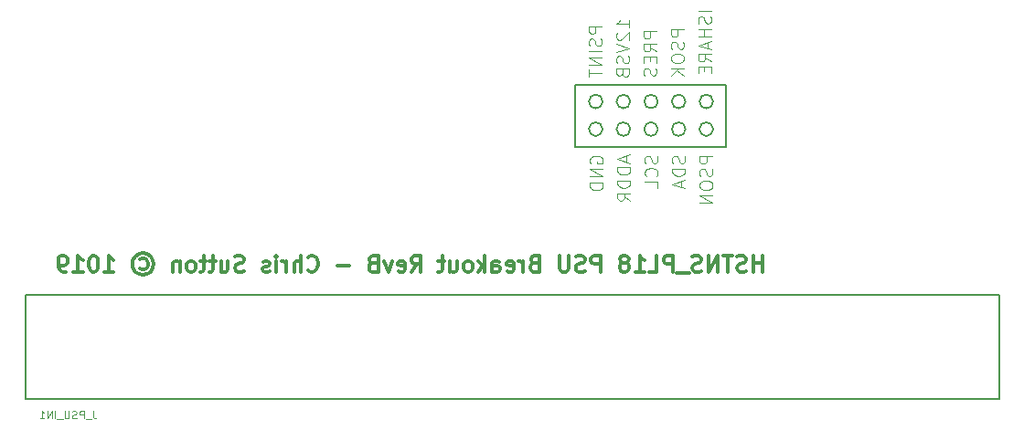
<source format=gbr>
G04 #@! TF.GenerationSoftware,KiCad,Pcbnew,(5.0.0-3-g5ebb6b6)*
G04 #@! TF.CreationDate,2019-03-06T20:47:56+00:00*
G04 #@! TF.ProjectId,ServerPSU_Breakout,5365727665725053555F427265616B6F,rev?*
G04 #@! TF.SameCoordinates,Original*
G04 #@! TF.FileFunction,Legend,Bot*
G04 #@! TF.FilePolarity,Positive*
%FSLAX46Y46*%
G04 Gerber Fmt 4.6, Leading zero omitted, Abs format (unit mm)*
G04 Created by KiCad (PCBNEW (5.0.0-3-g5ebb6b6)) date Wednesday, 06 March 2019 at 20:47:56*
%MOMM*%
%LPD*%
G01*
G04 APERTURE LIST*
%ADD10C,0.200000*%
%ADD11C,0.300000*%
%ADD12C,0.100000*%
%ADD13C,0.150000*%
G04 APERTURE END LIST*
D10*
X164505000Y-96647000D02*
G75*
G03X164505000Y-96647000I-635000J0D01*
G01*
X159385000Y-96647000D02*
G75*
G03X159385000Y-96647000I-635000J0D01*
G01*
X170815000Y-100838000D02*
X156845000Y-100838000D01*
X170815000Y-95123000D02*
X170815000Y-100838000D01*
X156845000Y-100838000D02*
X156845000Y-95123000D01*
X161945000Y-99207000D02*
G75*
G03X161945000Y-99207000I-635000J0D01*
G01*
X159385000Y-99207000D02*
G75*
G03X159385000Y-99207000I-635000J0D01*
G01*
X164505000Y-99207000D02*
G75*
G03X164505000Y-99207000I-635000J0D01*
G01*
X167065000Y-99207000D02*
G75*
G03X167065000Y-99207000I-635000J0D01*
G01*
X156845000Y-95123000D02*
X170815000Y-95123000D01*
X167065000Y-96647000D02*
G75*
G03X167065000Y-96647000I-635000J0D01*
G01*
X169625000Y-96647000D02*
G75*
G03X169625000Y-96647000I-635000J0D01*
G01*
X161945000Y-96647000D02*
G75*
G03X161945000Y-96647000I-635000J0D01*
G01*
X169625000Y-99207000D02*
G75*
G03X169625000Y-99207000I-635000J0D01*
G01*
D11*
X174176428Y-112438571D02*
X174176428Y-110938571D01*
X174176428Y-111652857D02*
X173319285Y-111652857D01*
X173319285Y-112438571D02*
X173319285Y-110938571D01*
X172676428Y-112367142D02*
X172462142Y-112438571D01*
X172104999Y-112438571D01*
X171962142Y-112367142D01*
X171890714Y-112295714D01*
X171819285Y-112152857D01*
X171819285Y-112010000D01*
X171890714Y-111867142D01*
X171962142Y-111795714D01*
X172104999Y-111724285D01*
X172390714Y-111652857D01*
X172533571Y-111581428D01*
X172604999Y-111510000D01*
X172676428Y-111367142D01*
X172676428Y-111224285D01*
X172604999Y-111081428D01*
X172533571Y-111010000D01*
X172390714Y-110938571D01*
X172033571Y-110938571D01*
X171819285Y-111010000D01*
X171390714Y-110938571D02*
X170533571Y-110938571D01*
X170962142Y-112438571D02*
X170962142Y-110938571D01*
X170033571Y-112438571D02*
X170033571Y-110938571D01*
X169176428Y-112438571D01*
X169176428Y-110938571D01*
X168533571Y-112367142D02*
X168319285Y-112438571D01*
X167962142Y-112438571D01*
X167819285Y-112367142D01*
X167747857Y-112295714D01*
X167676428Y-112152857D01*
X167676428Y-112010000D01*
X167747857Y-111867142D01*
X167819285Y-111795714D01*
X167962142Y-111724285D01*
X168247857Y-111652857D01*
X168390714Y-111581428D01*
X168462142Y-111510000D01*
X168533571Y-111367142D01*
X168533571Y-111224285D01*
X168462142Y-111081428D01*
X168390714Y-111010000D01*
X168247857Y-110938571D01*
X167890714Y-110938571D01*
X167676428Y-111010000D01*
X167390714Y-112581428D02*
X166247857Y-112581428D01*
X165890714Y-112438571D02*
X165890714Y-110938571D01*
X165319285Y-110938571D01*
X165176428Y-111010000D01*
X165105000Y-111081428D01*
X165033571Y-111224285D01*
X165033571Y-111438571D01*
X165105000Y-111581428D01*
X165176428Y-111652857D01*
X165319285Y-111724285D01*
X165890714Y-111724285D01*
X163676428Y-112438571D02*
X164390714Y-112438571D01*
X164390714Y-110938571D01*
X162390714Y-112438571D02*
X163247857Y-112438571D01*
X162819285Y-112438571D02*
X162819285Y-110938571D01*
X162962142Y-111152857D01*
X163105000Y-111295714D01*
X163247857Y-111367142D01*
X161533571Y-111581428D02*
X161676428Y-111510000D01*
X161747857Y-111438571D01*
X161819285Y-111295714D01*
X161819285Y-111224285D01*
X161747857Y-111081428D01*
X161676428Y-111010000D01*
X161533571Y-110938571D01*
X161247857Y-110938571D01*
X161105000Y-111010000D01*
X161033571Y-111081428D01*
X160962142Y-111224285D01*
X160962142Y-111295714D01*
X161033571Y-111438571D01*
X161105000Y-111510000D01*
X161247857Y-111581428D01*
X161533571Y-111581428D01*
X161676428Y-111652857D01*
X161747857Y-111724285D01*
X161819285Y-111867142D01*
X161819285Y-112152857D01*
X161747857Y-112295714D01*
X161676428Y-112367142D01*
X161533571Y-112438571D01*
X161247857Y-112438571D01*
X161105000Y-112367142D01*
X161033571Y-112295714D01*
X160962142Y-112152857D01*
X160962142Y-111867142D01*
X161033571Y-111724285D01*
X161105000Y-111652857D01*
X161247857Y-111581428D01*
X159176428Y-112438571D02*
X159176428Y-110938571D01*
X158605000Y-110938571D01*
X158462142Y-111010000D01*
X158390714Y-111081428D01*
X158319285Y-111224285D01*
X158319285Y-111438571D01*
X158390714Y-111581428D01*
X158462142Y-111652857D01*
X158605000Y-111724285D01*
X159176428Y-111724285D01*
X157747857Y-112367142D02*
X157533571Y-112438571D01*
X157176428Y-112438571D01*
X157033571Y-112367142D01*
X156962142Y-112295714D01*
X156890714Y-112152857D01*
X156890714Y-112010000D01*
X156962142Y-111867142D01*
X157033571Y-111795714D01*
X157176428Y-111724285D01*
X157462142Y-111652857D01*
X157605000Y-111581428D01*
X157676428Y-111510000D01*
X157747857Y-111367142D01*
X157747857Y-111224285D01*
X157676428Y-111081428D01*
X157605000Y-111010000D01*
X157462142Y-110938571D01*
X157105000Y-110938571D01*
X156890714Y-111010000D01*
X156247857Y-110938571D02*
X156247857Y-112152857D01*
X156176428Y-112295714D01*
X156105000Y-112367142D01*
X155962142Y-112438571D01*
X155676428Y-112438571D01*
X155533571Y-112367142D01*
X155462142Y-112295714D01*
X155390714Y-112152857D01*
X155390714Y-110938571D01*
X153033571Y-111652857D02*
X152819285Y-111724285D01*
X152747857Y-111795714D01*
X152676428Y-111938571D01*
X152676428Y-112152857D01*
X152747857Y-112295714D01*
X152819285Y-112367142D01*
X152962142Y-112438571D01*
X153533571Y-112438571D01*
X153533571Y-110938571D01*
X153033571Y-110938571D01*
X152890714Y-111010000D01*
X152819285Y-111081428D01*
X152747857Y-111224285D01*
X152747857Y-111367142D01*
X152819285Y-111510000D01*
X152890714Y-111581428D01*
X153033571Y-111652857D01*
X153533571Y-111652857D01*
X152033571Y-112438571D02*
X152033571Y-111438571D01*
X152033571Y-111724285D02*
X151962142Y-111581428D01*
X151890714Y-111510000D01*
X151747857Y-111438571D01*
X151605000Y-111438571D01*
X150533571Y-112367142D02*
X150676428Y-112438571D01*
X150962142Y-112438571D01*
X151105000Y-112367142D01*
X151176428Y-112224285D01*
X151176428Y-111652857D01*
X151105000Y-111510000D01*
X150962142Y-111438571D01*
X150676428Y-111438571D01*
X150533571Y-111510000D01*
X150462142Y-111652857D01*
X150462142Y-111795714D01*
X151176428Y-111938571D01*
X149176428Y-112438571D02*
X149176428Y-111652857D01*
X149247857Y-111510000D01*
X149390714Y-111438571D01*
X149676428Y-111438571D01*
X149819285Y-111510000D01*
X149176428Y-112367142D02*
X149319285Y-112438571D01*
X149676428Y-112438571D01*
X149819285Y-112367142D01*
X149890714Y-112224285D01*
X149890714Y-112081428D01*
X149819285Y-111938571D01*
X149676428Y-111867142D01*
X149319285Y-111867142D01*
X149176428Y-111795714D01*
X148462142Y-112438571D02*
X148462142Y-110938571D01*
X148319285Y-111867142D02*
X147890714Y-112438571D01*
X147890714Y-111438571D02*
X148462142Y-112010000D01*
X147033571Y-112438571D02*
X147176428Y-112367142D01*
X147247857Y-112295714D01*
X147319285Y-112152857D01*
X147319285Y-111724285D01*
X147247857Y-111581428D01*
X147176428Y-111510000D01*
X147033571Y-111438571D01*
X146819285Y-111438571D01*
X146676428Y-111510000D01*
X146605000Y-111581428D01*
X146533571Y-111724285D01*
X146533571Y-112152857D01*
X146605000Y-112295714D01*
X146676428Y-112367142D01*
X146819285Y-112438571D01*
X147033571Y-112438571D01*
X145247857Y-111438571D02*
X145247857Y-112438571D01*
X145890714Y-111438571D02*
X145890714Y-112224285D01*
X145819285Y-112367142D01*
X145676428Y-112438571D01*
X145462142Y-112438571D01*
X145319285Y-112367142D01*
X145247857Y-112295714D01*
X144747857Y-111438571D02*
X144176428Y-111438571D01*
X144533571Y-110938571D02*
X144533571Y-112224285D01*
X144462142Y-112367142D01*
X144319285Y-112438571D01*
X144176428Y-112438571D01*
X141676428Y-112438571D02*
X142176428Y-111724285D01*
X142533571Y-112438571D02*
X142533571Y-110938571D01*
X141962142Y-110938571D01*
X141819285Y-111010000D01*
X141747857Y-111081428D01*
X141676428Y-111224285D01*
X141676428Y-111438571D01*
X141747857Y-111581428D01*
X141819285Y-111652857D01*
X141962142Y-111724285D01*
X142533571Y-111724285D01*
X140462142Y-112367142D02*
X140605000Y-112438571D01*
X140890714Y-112438571D01*
X141033571Y-112367142D01*
X141105000Y-112224285D01*
X141105000Y-111652857D01*
X141033571Y-111510000D01*
X140890714Y-111438571D01*
X140605000Y-111438571D01*
X140462142Y-111510000D01*
X140390714Y-111652857D01*
X140390714Y-111795714D01*
X141105000Y-111938571D01*
X139890714Y-111438571D02*
X139533571Y-112438571D01*
X139176428Y-111438571D01*
X138105000Y-111652857D02*
X137890714Y-111724285D01*
X137819285Y-111795714D01*
X137747857Y-111938571D01*
X137747857Y-112152857D01*
X137819285Y-112295714D01*
X137890714Y-112367142D01*
X138033571Y-112438571D01*
X138605000Y-112438571D01*
X138605000Y-110938571D01*
X138105000Y-110938571D01*
X137962142Y-111010000D01*
X137890714Y-111081428D01*
X137819285Y-111224285D01*
X137819285Y-111367142D01*
X137890714Y-111510000D01*
X137962142Y-111581428D01*
X138105000Y-111652857D01*
X138605000Y-111652857D01*
X135962142Y-111867142D02*
X134819285Y-111867142D01*
X132105000Y-112295714D02*
X132176428Y-112367142D01*
X132390714Y-112438571D01*
X132533571Y-112438571D01*
X132747857Y-112367142D01*
X132890714Y-112224285D01*
X132962142Y-112081428D01*
X133033571Y-111795714D01*
X133033571Y-111581428D01*
X132962142Y-111295714D01*
X132890714Y-111152857D01*
X132747857Y-111010000D01*
X132533571Y-110938571D01*
X132390714Y-110938571D01*
X132176428Y-111010000D01*
X132105000Y-111081428D01*
X131462142Y-112438571D02*
X131462142Y-110938571D01*
X130819285Y-112438571D02*
X130819285Y-111652857D01*
X130890714Y-111510000D01*
X131033571Y-111438571D01*
X131247857Y-111438571D01*
X131390714Y-111510000D01*
X131462142Y-111581428D01*
X130104999Y-112438571D02*
X130104999Y-111438571D01*
X130104999Y-111724285D02*
X130033571Y-111581428D01*
X129962142Y-111510000D01*
X129819285Y-111438571D01*
X129676428Y-111438571D01*
X129176428Y-112438571D02*
X129176428Y-111438571D01*
X129176428Y-110938571D02*
X129247857Y-111010000D01*
X129176428Y-111081428D01*
X129104999Y-111010000D01*
X129176428Y-110938571D01*
X129176428Y-111081428D01*
X128533571Y-112367142D02*
X128390714Y-112438571D01*
X128105000Y-112438571D01*
X127962142Y-112367142D01*
X127890714Y-112224285D01*
X127890714Y-112152857D01*
X127962142Y-112010000D01*
X128105000Y-111938571D01*
X128319285Y-111938571D01*
X128462142Y-111867142D01*
X128533571Y-111724285D01*
X128533571Y-111652857D01*
X128462142Y-111510000D01*
X128319285Y-111438571D01*
X128105000Y-111438571D01*
X127962142Y-111510000D01*
X126176428Y-112367142D02*
X125962142Y-112438571D01*
X125605000Y-112438571D01*
X125462142Y-112367142D01*
X125390714Y-112295714D01*
X125319285Y-112152857D01*
X125319285Y-112010000D01*
X125390714Y-111867142D01*
X125462142Y-111795714D01*
X125605000Y-111724285D01*
X125890714Y-111652857D01*
X126033571Y-111581428D01*
X126105000Y-111510000D01*
X126176428Y-111367142D01*
X126176428Y-111224285D01*
X126105000Y-111081428D01*
X126033571Y-111010000D01*
X125890714Y-110938571D01*
X125533571Y-110938571D01*
X125319285Y-111010000D01*
X124033571Y-111438571D02*
X124033571Y-112438571D01*
X124676428Y-111438571D02*
X124676428Y-112224285D01*
X124605000Y-112367142D01*
X124462142Y-112438571D01*
X124247857Y-112438571D01*
X124105000Y-112367142D01*
X124033571Y-112295714D01*
X123533571Y-111438571D02*
X122962142Y-111438571D01*
X123319285Y-110938571D02*
X123319285Y-112224285D01*
X123247857Y-112367142D01*
X123105000Y-112438571D01*
X122962142Y-112438571D01*
X122676428Y-111438571D02*
X122105000Y-111438571D01*
X122462142Y-110938571D02*
X122462142Y-112224285D01*
X122390714Y-112367142D01*
X122247857Y-112438571D01*
X122105000Y-112438571D01*
X121390714Y-112438571D02*
X121533571Y-112367142D01*
X121605000Y-112295714D01*
X121676428Y-112152857D01*
X121676428Y-111724285D01*
X121605000Y-111581428D01*
X121533571Y-111510000D01*
X121390714Y-111438571D01*
X121176428Y-111438571D01*
X121033571Y-111510000D01*
X120962142Y-111581428D01*
X120890714Y-111724285D01*
X120890714Y-112152857D01*
X120962142Y-112295714D01*
X121033571Y-112367142D01*
X121176428Y-112438571D01*
X121390714Y-112438571D01*
X120247857Y-111438571D02*
X120247857Y-112438571D01*
X120247857Y-111581428D02*
X120176428Y-111510000D01*
X120033571Y-111438571D01*
X119819285Y-111438571D01*
X119676428Y-111510000D01*
X119605000Y-111652857D01*
X119605000Y-112438571D01*
X116533571Y-111295714D02*
X116676428Y-111224285D01*
X116962142Y-111224285D01*
X117105000Y-111295714D01*
X117247857Y-111438571D01*
X117319285Y-111581428D01*
X117319285Y-111867142D01*
X117247857Y-112010000D01*
X117105000Y-112152857D01*
X116962142Y-112224285D01*
X116676428Y-112224285D01*
X116533571Y-112152857D01*
X116819285Y-110724285D02*
X117176428Y-110795714D01*
X117533571Y-111010000D01*
X117747857Y-111367142D01*
X117819285Y-111724285D01*
X117747857Y-112081428D01*
X117533571Y-112438571D01*
X117176428Y-112652857D01*
X116819285Y-112724285D01*
X116462142Y-112652857D01*
X116105000Y-112438571D01*
X115890714Y-112081428D01*
X115819285Y-111724285D01*
X115890714Y-111367142D01*
X116105000Y-111010000D01*
X116462142Y-110795714D01*
X116819285Y-110724285D01*
X113247857Y-112438571D02*
X114105000Y-112438571D01*
X113676428Y-112438571D02*
X113676428Y-110938571D01*
X113819285Y-111152857D01*
X113962142Y-111295714D01*
X114105000Y-111367142D01*
X112319285Y-110938571D02*
X112176428Y-110938571D01*
X112033571Y-111010000D01*
X111962142Y-111081428D01*
X111890714Y-111224285D01*
X111819285Y-111510000D01*
X111819285Y-111867142D01*
X111890714Y-112152857D01*
X111962142Y-112295714D01*
X112033571Y-112367142D01*
X112176428Y-112438571D01*
X112319285Y-112438571D01*
X112462142Y-112367142D01*
X112533571Y-112295714D01*
X112605000Y-112152857D01*
X112676428Y-111867142D01*
X112676428Y-111510000D01*
X112605000Y-111224285D01*
X112533571Y-111081428D01*
X112462142Y-111010000D01*
X112319285Y-110938571D01*
X110390714Y-112438571D02*
X111247857Y-112438571D01*
X110819285Y-112438571D02*
X110819285Y-110938571D01*
X110962142Y-111152857D01*
X111105000Y-111295714D01*
X111247857Y-111367142D01*
X109676428Y-112438571D02*
X109390714Y-112438571D01*
X109247857Y-112367142D01*
X109176428Y-112295714D01*
X109033571Y-112081428D01*
X108962142Y-111795714D01*
X108962142Y-111224285D01*
X109033571Y-111081428D01*
X109105000Y-111010000D01*
X109247857Y-110938571D01*
X109533571Y-110938571D01*
X109676428Y-111010000D01*
X109747857Y-111081428D01*
X109819285Y-111224285D01*
X109819285Y-111581428D01*
X109747857Y-111724285D01*
X109676428Y-111795714D01*
X109533571Y-111867142D01*
X109247857Y-111867142D01*
X109105000Y-111795714D01*
X109033571Y-111724285D01*
X108962142Y-111581428D01*
D12*
X161617000Y-101672193D02*
X161617000Y-102243622D01*
X161959857Y-101557907D02*
X160759857Y-101957907D01*
X161959857Y-102357907D01*
X161959857Y-102757907D02*
X160759857Y-102757907D01*
X160759857Y-103043622D01*
X160817000Y-103215050D01*
X160931285Y-103329336D01*
X161045571Y-103386479D01*
X161274142Y-103443622D01*
X161445571Y-103443622D01*
X161674142Y-103386479D01*
X161788428Y-103329336D01*
X161902714Y-103215050D01*
X161959857Y-103043622D01*
X161959857Y-102757907D01*
X161959857Y-103957907D02*
X160759857Y-103957907D01*
X160759857Y-104243622D01*
X160817000Y-104415050D01*
X160931285Y-104529336D01*
X161045571Y-104586479D01*
X161274142Y-104643622D01*
X161445571Y-104643622D01*
X161674142Y-104586479D01*
X161788428Y-104529336D01*
X161902714Y-104415050D01*
X161959857Y-104243622D01*
X161959857Y-103957907D01*
X161959857Y-105843622D02*
X161388428Y-105443622D01*
X161959857Y-105157907D02*
X160759857Y-105157907D01*
X160759857Y-105615050D01*
X160817000Y-105729336D01*
X160874142Y-105786479D01*
X160988428Y-105843622D01*
X161159857Y-105843622D01*
X161274142Y-105786479D01*
X161331285Y-105729336D01*
X161388428Y-105615050D01*
X161388428Y-105157907D01*
X166982714Y-101672193D02*
X167039857Y-101843622D01*
X167039857Y-102129336D01*
X166982714Y-102243622D01*
X166925571Y-102300764D01*
X166811285Y-102357907D01*
X166697000Y-102357907D01*
X166582714Y-102300764D01*
X166525571Y-102243622D01*
X166468428Y-102129336D01*
X166411285Y-101900764D01*
X166354142Y-101786479D01*
X166297000Y-101729336D01*
X166182714Y-101672193D01*
X166068428Y-101672193D01*
X165954142Y-101729336D01*
X165897000Y-101786479D01*
X165839857Y-101900764D01*
X165839857Y-102186479D01*
X165897000Y-102357907D01*
X167039857Y-102872193D02*
X165839857Y-102872193D01*
X165839857Y-103157907D01*
X165897000Y-103329336D01*
X166011285Y-103443622D01*
X166125571Y-103500764D01*
X166354142Y-103557907D01*
X166525571Y-103557907D01*
X166754142Y-103500764D01*
X166868428Y-103443622D01*
X166982714Y-103329336D01*
X167039857Y-103157907D01*
X167039857Y-102872193D01*
X166697000Y-104015050D02*
X166697000Y-104586479D01*
X167039857Y-103900764D02*
X165839857Y-104300764D01*
X167039857Y-104700764D01*
X159296302Y-89669561D02*
X158096302Y-89669561D01*
X158096302Y-90126703D01*
X158153445Y-90240989D01*
X158210587Y-90298132D01*
X158324873Y-90355275D01*
X158496302Y-90355275D01*
X158610587Y-90298132D01*
X158667730Y-90240989D01*
X158724873Y-90126703D01*
X158724873Y-89669561D01*
X159239159Y-90812418D02*
X159296302Y-90983846D01*
X159296302Y-91269561D01*
X159239159Y-91383846D01*
X159182016Y-91440989D01*
X159067730Y-91498132D01*
X158953445Y-91498132D01*
X158839159Y-91440989D01*
X158782016Y-91383846D01*
X158724873Y-91269561D01*
X158667730Y-91040989D01*
X158610587Y-90926703D01*
X158553445Y-90869561D01*
X158439159Y-90812418D01*
X158324873Y-90812418D01*
X158210587Y-90869561D01*
X158153445Y-90926703D01*
X158096302Y-91040989D01*
X158096302Y-91326703D01*
X158153445Y-91498132D01*
X159296302Y-92012418D02*
X158096302Y-92012418D01*
X159296302Y-92583846D02*
X158096302Y-92583846D01*
X159296302Y-93269561D01*
X158096302Y-93269561D01*
X158096302Y-93669561D02*
X158096302Y-94355275D01*
X159296302Y-94012418D02*
X158096302Y-94012418D01*
X164442714Y-101672193D02*
X164499857Y-101843622D01*
X164499857Y-102129336D01*
X164442714Y-102243622D01*
X164385571Y-102300764D01*
X164271285Y-102357907D01*
X164157000Y-102357907D01*
X164042714Y-102300764D01*
X163985571Y-102243622D01*
X163928428Y-102129336D01*
X163871285Y-101900764D01*
X163814142Y-101786479D01*
X163757000Y-101729336D01*
X163642714Y-101672193D01*
X163528428Y-101672193D01*
X163414142Y-101729336D01*
X163357000Y-101786479D01*
X163299857Y-101900764D01*
X163299857Y-102186479D01*
X163357000Y-102357907D01*
X164385571Y-103557907D02*
X164442714Y-103500764D01*
X164499857Y-103329336D01*
X164499857Y-103215050D01*
X164442714Y-103043622D01*
X164328428Y-102929336D01*
X164214142Y-102872193D01*
X163985571Y-102815050D01*
X163814142Y-102815050D01*
X163585571Y-102872193D01*
X163471285Y-102929336D01*
X163357000Y-103043622D01*
X163299857Y-103215050D01*
X163299857Y-103329336D01*
X163357000Y-103500764D01*
X163414142Y-103557907D01*
X164499857Y-104643622D02*
X164499857Y-104072193D01*
X163299857Y-104072193D01*
X169436641Y-88244036D02*
X168236641Y-88244036D01*
X169379498Y-88758321D02*
X169436641Y-88929750D01*
X169436641Y-89215464D01*
X169379498Y-89329750D01*
X169322355Y-89386893D01*
X169208069Y-89444036D01*
X169093784Y-89444036D01*
X168979498Y-89386893D01*
X168922355Y-89329750D01*
X168865212Y-89215464D01*
X168808069Y-88986893D01*
X168750926Y-88872607D01*
X168693784Y-88815464D01*
X168579498Y-88758321D01*
X168465212Y-88758321D01*
X168350926Y-88815464D01*
X168293784Y-88872607D01*
X168236641Y-88986893D01*
X168236641Y-89272607D01*
X168293784Y-89444036D01*
X169436641Y-89958321D02*
X168236641Y-89958321D01*
X168808069Y-89958321D02*
X168808069Y-90644036D01*
X169436641Y-90644036D02*
X168236641Y-90644036D01*
X169093784Y-91158321D02*
X169093784Y-91729750D01*
X169436641Y-91044036D02*
X168236641Y-91444036D01*
X169436641Y-91844036D01*
X169436641Y-92929750D02*
X168865212Y-92529750D01*
X169436641Y-92244036D02*
X168236641Y-92244036D01*
X168236641Y-92701178D01*
X168293784Y-92815464D01*
X168350926Y-92872607D01*
X168465212Y-92929750D01*
X168636641Y-92929750D01*
X168750926Y-92872607D01*
X168808069Y-92815464D01*
X168865212Y-92701178D01*
X168865212Y-92244036D01*
X168808069Y-93444036D02*
X168808069Y-93844036D01*
X169436641Y-94015464D02*
X169436641Y-93444036D01*
X168236641Y-93444036D01*
X168236641Y-94015464D01*
X164376302Y-90126703D02*
X163176302Y-90126703D01*
X163176302Y-90583846D01*
X163233445Y-90698132D01*
X163290587Y-90755275D01*
X163404873Y-90812418D01*
X163576302Y-90812418D01*
X163690587Y-90755275D01*
X163747730Y-90698132D01*
X163804873Y-90583846D01*
X163804873Y-90126703D01*
X164376302Y-92012418D02*
X163804873Y-91612418D01*
X164376302Y-91326703D02*
X163176302Y-91326703D01*
X163176302Y-91783846D01*
X163233445Y-91898132D01*
X163290587Y-91955275D01*
X163404873Y-92012418D01*
X163576302Y-92012418D01*
X163690587Y-91955275D01*
X163747730Y-91898132D01*
X163804873Y-91783846D01*
X163804873Y-91326703D01*
X163747730Y-92526703D02*
X163747730Y-92926703D01*
X164376302Y-93098132D02*
X164376302Y-92526703D01*
X163176302Y-92526703D01*
X163176302Y-93098132D01*
X164319159Y-93555275D02*
X164376302Y-93726703D01*
X164376302Y-94012418D01*
X164319159Y-94126703D01*
X164262016Y-94183846D01*
X164147730Y-94240989D01*
X164033445Y-94240989D01*
X163919159Y-94183846D01*
X163862016Y-94126703D01*
X163804873Y-94012418D01*
X163747730Y-93783846D01*
X163690587Y-93669561D01*
X163633445Y-93612418D01*
X163519159Y-93555275D01*
X163404873Y-93555275D01*
X163290587Y-93612418D01*
X163233445Y-93669561D01*
X163176302Y-93783846D01*
X163176302Y-94069561D01*
X163233445Y-94240989D01*
X166916302Y-89955275D02*
X165716302Y-89955275D01*
X165716302Y-90412418D01*
X165773445Y-90526703D01*
X165830587Y-90583846D01*
X165944873Y-90640989D01*
X166116302Y-90640989D01*
X166230587Y-90583846D01*
X166287730Y-90526703D01*
X166344873Y-90412418D01*
X166344873Y-89955275D01*
X166859159Y-91098132D02*
X166916302Y-91269561D01*
X166916302Y-91555275D01*
X166859159Y-91669561D01*
X166802016Y-91726703D01*
X166687730Y-91783846D01*
X166573445Y-91783846D01*
X166459159Y-91726703D01*
X166402016Y-91669561D01*
X166344873Y-91555275D01*
X166287730Y-91326703D01*
X166230587Y-91212418D01*
X166173445Y-91155275D01*
X166059159Y-91098132D01*
X165944873Y-91098132D01*
X165830587Y-91155275D01*
X165773445Y-91212418D01*
X165716302Y-91326703D01*
X165716302Y-91612418D01*
X165773445Y-91783846D01*
X165716302Y-92526703D02*
X165716302Y-92755275D01*
X165773445Y-92869561D01*
X165887730Y-92983846D01*
X166116302Y-93040989D01*
X166516302Y-93040989D01*
X166744873Y-92983846D01*
X166859159Y-92869561D01*
X166916302Y-92755275D01*
X166916302Y-92526703D01*
X166859159Y-92412418D01*
X166744873Y-92298132D01*
X166516302Y-92240989D01*
X166116302Y-92240989D01*
X165887730Y-92298132D01*
X165773445Y-92412418D01*
X165716302Y-92526703D01*
X166916302Y-93555275D02*
X165716302Y-93555275D01*
X166916302Y-94240989D02*
X166230587Y-93726703D01*
X165716302Y-94240989D02*
X166402016Y-93555275D01*
X169579857Y-101729336D02*
X168379857Y-101729336D01*
X168379857Y-102186479D01*
X168437000Y-102300764D01*
X168494142Y-102357907D01*
X168608428Y-102415050D01*
X168779857Y-102415050D01*
X168894142Y-102357907D01*
X168951285Y-102300764D01*
X169008428Y-102186479D01*
X169008428Y-101729336D01*
X169522714Y-102872193D02*
X169579857Y-103043622D01*
X169579857Y-103329336D01*
X169522714Y-103443622D01*
X169465571Y-103500764D01*
X169351285Y-103557907D01*
X169237000Y-103557907D01*
X169122714Y-103500764D01*
X169065571Y-103443622D01*
X169008428Y-103329336D01*
X168951285Y-103100764D01*
X168894142Y-102986479D01*
X168837000Y-102929336D01*
X168722714Y-102872193D01*
X168608428Y-102872193D01*
X168494142Y-102929336D01*
X168437000Y-102986479D01*
X168379857Y-103100764D01*
X168379857Y-103386479D01*
X168437000Y-103557907D01*
X168379857Y-104300764D02*
X168379857Y-104529336D01*
X168437000Y-104643622D01*
X168551285Y-104757907D01*
X168779857Y-104815050D01*
X169179857Y-104815050D01*
X169408428Y-104757907D01*
X169522714Y-104643622D01*
X169579857Y-104529336D01*
X169579857Y-104300764D01*
X169522714Y-104186479D01*
X169408428Y-104072193D01*
X169179857Y-104015050D01*
X168779857Y-104015050D01*
X168551285Y-104072193D01*
X168437000Y-104186479D01*
X168379857Y-104300764D01*
X169579857Y-105329336D02*
X168379857Y-105329336D01*
X169579857Y-106015050D01*
X168379857Y-106015050D01*
X161836302Y-89798846D02*
X161836302Y-89113132D01*
X161836302Y-89455989D02*
X160636302Y-89455989D01*
X160807730Y-89341703D01*
X160922016Y-89227418D01*
X160979159Y-89113132D01*
X160750587Y-90255989D02*
X160693445Y-90313132D01*
X160636302Y-90427418D01*
X160636302Y-90713132D01*
X160693445Y-90827418D01*
X160750587Y-90884561D01*
X160864873Y-90941703D01*
X160979159Y-90941703D01*
X161150587Y-90884561D01*
X161836302Y-90198846D01*
X161836302Y-90941703D01*
X160636302Y-91284561D02*
X161836302Y-91684561D01*
X160636302Y-92084561D01*
X161779159Y-92427418D02*
X161836302Y-92598846D01*
X161836302Y-92884561D01*
X161779159Y-92998846D01*
X161722016Y-93055989D01*
X161607730Y-93113132D01*
X161493445Y-93113132D01*
X161379159Y-93055989D01*
X161322016Y-92998846D01*
X161264873Y-92884561D01*
X161207730Y-92655989D01*
X161150587Y-92541703D01*
X161093445Y-92484561D01*
X160979159Y-92427418D01*
X160864873Y-92427418D01*
X160750587Y-92484561D01*
X160693445Y-92541703D01*
X160636302Y-92655989D01*
X160636302Y-92941703D01*
X160693445Y-93113132D01*
X161207730Y-94027418D02*
X161264873Y-94198846D01*
X161322016Y-94255989D01*
X161436302Y-94313132D01*
X161607730Y-94313132D01*
X161722016Y-94255989D01*
X161779159Y-94198846D01*
X161836302Y-94084561D01*
X161836302Y-93627418D01*
X160636302Y-93627418D01*
X160636302Y-94027418D01*
X160693445Y-94141703D01*
X160750587Y-94198846D01*
X160864873Y-94255989D01*
X160979159Y-94255989D01*
X161093445Y-94198846D01*
X161150587Y-94141703D01*
X161207730Y-94027418D01*
X161207730Y-93627418D01*
X158277000Y-102357907D02*
X158219857Y-102243622D01*
X158219857Y-102072193D01*
X158277000Y-101900764D01*
X158391285Y-101786479D01*
X158505571Y-101729336D01*
X158734142Y-101672193D01*
X158905571Y-101672193D01*
X159134142Y-101729336D01*
X159248428Y-101786479D01*
X159362714Y-101900764D01*
X159419857Y-102072193D01*
X159419857Y-102186479D01*
X159362714Y-102357907D01*
X159305571Y-102415050D01*
X158905571Y-102415050D01*
X158905571Y-102186479D01*
X159419857Y-102929336D02*
X158219857Y-102929336D01*
X159419857Y-103615050D01*
X158219857Y-103615050D01*
X159419857Y-104186479D02*
X158219857Y-104186479D01*
X158219857Y-104472193D01*
X158277000Y-104643622D01*
X158391285Y-104757907D01*
X158505571Y-104815050D01*
X158734142Y-104872193D01*
X158905571Y-104872193D01*
X159134142Y-104815050D01*
X159248428Y-104757907D01*
X159362714Y-104643622D01*
X159419857Y-104472193D01*
X159419857Y-104186479D01*
D13*
G04 #@! TO.C,J_PSU_IN1*
X105918000Y-124206000D02*
X105918000Y-114554000D01*
X105918000Y-114554000D02*
X196088000Y-114554000D01*
X196088000Y-114554000D02*
X196088000Y-124206000D01*
X196088000Y-124206000D02*
X105918000Y-124206000D01*
D12*
X112205000Y-125346666D02*
X112205000Y-125846666D01*
X112238333Y-125946666D01*
X112305000Y-126013333D01*
X112405000Y-126046666D01*
X112471666Y-126046666D01*
X112038333Y-126113333D02*
X111505000Y-126113333D01*
X111338333Y-126046666D02*
X111338333Y-125346666D01*
X111071666Y-125346666D01*
X111005000Y-125380000D01*
X110971666Y-125413333D01*
X110938333Y-125480000D01*
X110938333Y-125580000D01*
X110971666Y-125646666D01*
X111005000Y-125680000D01*
X111071666Y-125713333D01*
X111338333Y-125713333D01*
X110671666Y-126013333D02*
X110571666Y-126046666D01*
X110405000Y-126046666D01*
X110338333Y-126013333D01*
X110305000Y-125980000D01*
X110271666Y-125913333D01*
X110271666Y-125846666D01*
X110305000Y-125780000D01*
X110338333Y-125746666D01*
X110405000Y-125713333D01*
X110538333Y-125680000D01*
X110605000Y-125646666D01*
X110638333Y-125613333D01*
X110671666Y-125546666D01*
X110671666Y-125480000D01*
X110638333Y-125413333D01*
X110605000Y-125380000D01*
X110538333Y-125346666D01*
X110371666Y-125346666D01*
X110271666Y-125380000D01*
X109971666Y-125346666D02*
X109971666Y-125913333D01*
X109938333Y-125980000D01*
X109905000Y-126013333D01*
X109838333Y-126046666D01*
X109705000Y-126046666D01*
X109638333Y-126013333D01*
X109605000Y-125980000D01*
X109571666Y-125913333D01*
X109571666Y-125346666D01*
X109405000Y-126113333D02*
X108871666Y-126113333D01*
X108705000Y-126046666D02*
X108705000Y-125346666D01*
X108371666Y-126046666D02*
X108371666Y-125346666D01*
X107971666Y-126046666D01*
X107971666Y-125346666D01*
X107271666Y-126046666D02*
X107671666Y-126046666D01*
X107471666Y-126046666D02*
X107471666Y-125346666D01*
X107538333Y-125446666D01*
X107605000Y-125513333D01*
X107671666Y-125546666D01*
G04 #@! TD*
M02*

</source>
